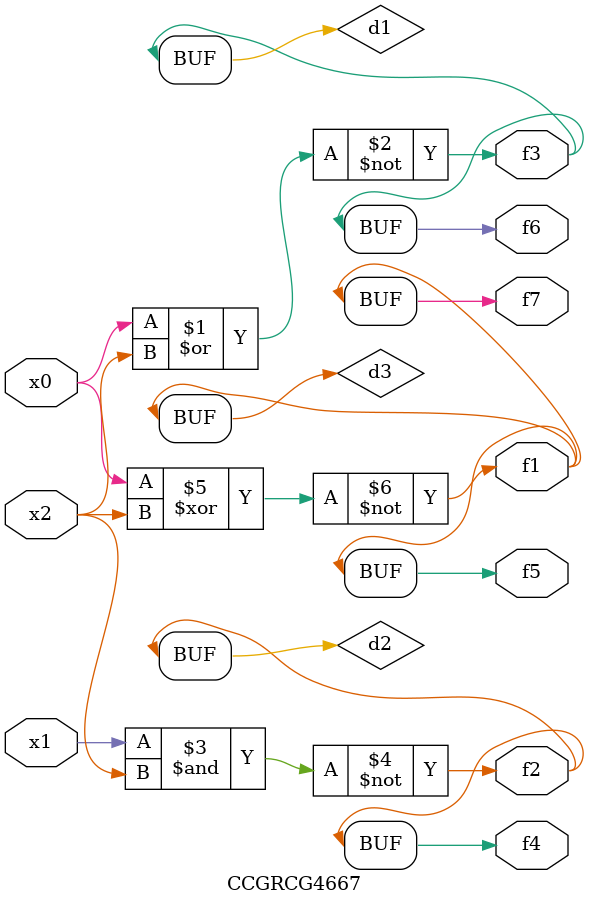
<source format=v>
module CCGRCG4667(
	input x0, x1, x2,
	output f1, f2, f3, f4, f5, f6, f7
);

	wire d1, d2, d3;

	nor (d1, x0, x2);
	nand (d2, x1, x2);
	xnor (d3, x0, x2);
	assign f1 = d3;
	assign f2 = d2;
	assign f3 = d1;
	assign f4 = d2;
	assign f5 = d3;
	assign f6 = d1;
	assign f7 = d3;
endmodule

</source>
